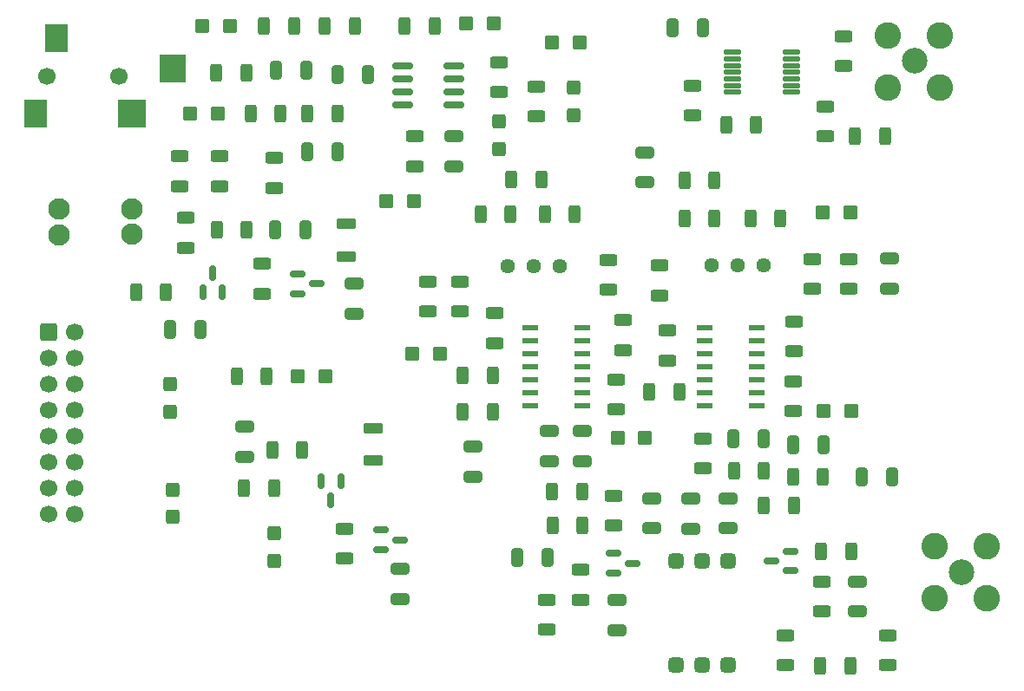
<source format=gts>
G04 #@! TF.GenerationSoftware,KiCad,Pcbnew,7.0.1-3b83917a11~172~ubuntu22.04.1*
G04 #@! TF.CreationDate,2023-03-16T19:30:03-04:00*
G04 #@! TF.ProjectId,sdt_qse_1496,7364745f-7173-4655-9f31-3439362e6b69,2.0*
G04 #@! TF.SameCoordinates,Original*
G04 #@! TF.FileFunction,Soldermask,Top*
G04 #@! TF.FilePolarity,Negative*
%FSLAX46Y46*%
G04 Gerber Fmt 4.6, Leading zero omitted, Abs format (unit mm)*
G04 Created by KiCad (PCBNEW 7.0.1-3b83917a11~172~ubuntu22.04.1) date 2023-03-16 19:30:03*
%MOMM*%
%LPD*%
G01*
G04 APERTURE LIST*
G04 Aperture macros list*
%AMRoundRect*
0 Rectangle with rounded corners*
0 $1 Rounding radius*
0 $2 $3 $4 $5 $6 $7 $8 $9 X,Y pos of 4 corners*
0 Add a 4 corners polygon primitive as box body*
4,1,4,$2,$3,$4,$5,$6,$7,$8,$9,$2,$3,0*
0 Add four circle primitives for the rounded corners*
1,1,$1+$1,$2,$3*
1,1,$1+$1,$4,$5*
1,1,$1+$1,$6,$7*
1,1,$1+$1,$8,$9*
0 Add four rect primitives between the rounded corners*
20,1,$1+$1,$2,$3,$4,$5,0*
20,1,$1+$1,$4,$5,$6,$7,0*
20,1,$1+$1,$6,$7,$8,$9,0*
20,1,$1+$1,$8,$9,$2,$3,0*%
G04 Aperture macros list end*
%ADD10C,1.700000*%
%ADD11R,2.200000X2.800000*%
%ADD12R,2.800000X2.800000*%
%ADD13R,2.600000X2.800000*%
%ADD14RoundRect,0.250000X-0.600000X-0.600000X0.600000X-0.600000X0.600000X0.600000X-0.600000X0.600000X0*%
%ADD15R,1.600200X0.558800*%
%ADD16RoundRect,0.250000X-0.625000X0.312500X-0.625000X-0.312500X0.625000X-0.312500X0.625000X0.312500X0*%
%ADD17RoundRect,0.250000X-0.312500X-0.625000X0.312500X-0.625000X0.312500X0.625000X-0.312500X0.625000X0*%
%ADD18RoundRect,0.020500X-0.764500X-0.184500X0.764500X-0.184500X0.764500X0.184500X-0.764500X0.184500X0*%
%ADD19RoundRect,0.250000X0.325000X0.650000X-0.325000X0.650000X-0.325000X-0.650000X0.325000X-0.650000X0*%
%ADD20RoundRect,0.250000X0.312500X0.625000X-0.312500X0.625000X-0.312500X-0.625000X0.312500X-0.625000X0*%
%ADD21RoundRect,0.150000X-0.587500X-0.150000X0.587500X-0.150000X0.587500X0.150000X-0.587500X0.150000X0*%
%ADD22C,2.100000*%
%ADD23C,2.600000*%
%ADD24C,2.500000*%
%ADD25RoundRect,0.250000X0.625000X-0.312500X0.625000X0.312500X-0.625000X0.312500X-0.625000X-0.312500X0*%
%ADD26RoundRect,0.250000X-0.425000X0.450000X-0.425000X-0.450000X0.425000X-0.450000X0.425000X0.450000X0*%
%ADD27RoundRect,0.250000X-0.325000X-0.650000X0.325000X-0.650000X0.325000X0.650000X-0.325000X0.650000X0*%
%ADD28RoundRect,0.150000X0.150000X-0.587500X0.150000X0.587500X-0.150000X0.587500X-0.150000X-0.587500X0*%
%ADD29RoundRect,0.250000X-0.650000X0.325000X-0.650000X-0.325000X0.650000X-0.325000X0.650000X0.325000X0*%
%ADD30RoundRect,0.250000X0.450000X0.425000X-0.450000X0.425000X-0.450000X-0.425000X0.450000X-0.425000X0*%
%ADD31RoundRect,0.250000X0.700000X-0.275000X0.700000X0.275000X-0.700000X0.275000X-0.700000X-0.275000X0*%
%ADD32RoundRect,0.250000X-0.450000X-0.425000X0.450000X-0.425000X0.450000X0.425000X-0.450000X0.425000X0*%
%ADD33C,1.440000*%
%ADD34RoundRect,0.250000X0.650000X-0.325000X0.650000X0.325000X-0.650000X0.325000X-0.650000X-0.325000X0*%
%ADD35RoundRect,0.150000X-0.825000X-0.150000X0.825000X-0.150000X0.825000X0.150000X-0.825000X0.150000X0*%
%ADD36RoundRect,0.150000X-0.150000X0.587500X-0.150000X-0.587500X0.150000X-0.587500X0.150000X0.587500X0*%
%ADD37RoundRect,0.375000X-0.375000X0.375000X-0.375000X-0.375000X0.375000X-0.375000X0.375000X0.375000X0*%
%ADD38RoundRect,0.150000X0.587500X0.150000X-0.587500X0.150000X-0.587500X-0.150000X0.587500X-0.150000X0*%
%ADD39RoundRect,0.250000X0.425000X-0.450000X0.425000X0.450000X-0.425000X0.450000X-0.425000X-0.450000X0*%
G04 APERTURE END LIST*
D10*
X98837500Y-77500000D03*
X105837500Y-77500000D03*
D11*
X97737500Y-81200000D03*
D12*
X107137500Y-81200000D03*
D11*
X99737500Y-73800000D03*
D13*
X111137500Y-76750000D03*
D14*
X99000000Y-102500000D03*
D10*
X101540000Y-102500000D03*
X99000000Y-105040000D03*
X101540000Y-105040000D03*
X99000000Y-107580000D03*
X101540000Y-107580000D03*
X99000000Y-110120000D03*
X101540000Y-110120000D03*
X99000000Y-112660000D03*
X101540000Y-112660000D03*
X99000000Y-115200000D03*
X101540000Y-115200000D03*
X99000000Y-117740000D03*
X101540000Y-117740000D03*
X99000000Y-120280000D03*
X101540000Y-120280000D03*
D15*
X145947300Y-102065000D03*
X145947300Y-103335000D03*
X145947300Y-104605000D03*
X145947300Y-105875000D03*
X145947300Y-107145000D03*
X145947300Y-108415000D03*
X145947300Y-109685000D03*
X151052700Y-109685000D03*
X151052700Y-108415000D03*
X151052700Y-107145000D03*
X151052700Y-105875000D03*
X151052700Y-104605000D03*
X151052700Y-103335000D03*
X151052700Y-102065000D03*
D16*
X174760000Y-80457500D03*
X174760000Y-83382500D03*
D17*
X139407500Y-106730000D03*
X142332500Y-106730000D03*
D18*
X165755000Y-75175000D03*
X165755000Y-75825000D03*
X165755000Y-76475000D03*
X165755000Y-77125000D03*
X165755000Y-77775000D03*
X165755000Y-78425000D03*
X165755000Y-79075000D03*
X171495000Y-79075000D03*
X171495000Y-78425000D03*
X171495000Y-77775000D03*
X171495000Y-77125000D03*
X171495000Y-76475000D03*
X171495000Y-75825000D03*
X171495000Y-75175000D03*
D19*
X162845000Y-72825000D03*
X159895000Y-72825000D03*
D20*
X180592500Y-83400000D03*
X177667500Y-83400000D03*
D21*
X131412500Y-121850000D03*
X131412500Y-123750000D03*
X133287500Y-122800000D03*
D17*
X161047850Y-91386000D03*
X163972850Y-91386000D03*
D22*
X107100000Y-92950000D03*
X107100000Y-90450000D03*
D17*
X147387500Y-91000000D03*
X150312500Y-91000000D03*
D23*
X185460000Y-123460000D03*
X185460000Y-128540000D03*
X190540000Y-123460000D03*
X190540000Y-128540000D03*
D24*
X188100000Y-125925000D03*
D17*
X141137500Y-91000000D03*
X144062500Y-91000000D03*
D25*
X115700000Y-88262500D03*
X115700000Y-85337500D03*
D26*
X121000000Y-122150000D03*
X121000000Y-124850000D03*
D27*
X165825000Y-112925000D03*
X168775000Y-112925000D03*
D25*
X121050000Y-88412500D03*
X121050000Y-85487500D03*
D23*
X180885000Y-73535000D03*
X180885000Y-78615000D03*
X185965000Y-73535000D03*
X185965000Y-78615000D03*
D24*
X183525000Y-76000000D03*
D19*
X147650000Y-124550000D03*
X144700000Y-124550000D03*
D28*
X114050000Y-98637500D03*
X115950000Y-98637500D03*
X115000000Y-96762500D03*
D19*
X124025000Y-92550000D03*
X121075000Y-92550000D03*
D29*
X161675000Y-118750000D03*
X161675000Y-121700000D03*
D30*
X134650000Y-89750000D03*
X131950000Y-89750000D03*
D17*
X144141000Y-87630000D03*
X147066000Y-87630000D03*
D25*
X171680350Y-110218500D03*
X171680350Y-107293500D03*
D31*
X130650000Y-115025000D03*
X130650000Y-111875000D03*
D30*
X150800000Y-74200000D03*
X148100000Y-74200000D03*
X115472200Y-81178400D03*
X112772200Y-81178400D03*
D27*
X178325000Y-116650000D03*
X181275000Y-116650000D03*
D16*
X153650000Y-95447500D03*
X153650000Y-98372500D03*
D17*
X118087500Y-117750000D03*
X121012500Y-117750000D03*
X171637500Y-116625000D03*
X174562500Y-116625000D03*
D26*
X110850000Y-107616000D03*
X110850000Y-110316000D03*
D29*
X151080000Y-112175000D03*
X151080000Y-115125000D03*
D32*
X154504400Y-112826800D03*
X157204400Y-112826800D03*
D19*
X124125000Y-76950000D03*
X121175000Y-76950000D03*
D25*
X162825000Y-115812500D03*
X162825000Y-112887500D03*
D20*
X151087500Y-121400000D03*
X148162500Y-121400000D03*
D29*
X133275000Y-125600000D03*
X133275000Y-128550000D03*
D25*
X147610000Y-131562500D03*
X147610000Y-128637500D03*
D16*
X154090000Y-118487500D03*
X154090000Y-121412500D03*
D25*
X171760350Y-104408500D03*
X171760350Y-101483500D03*
D20*
X118262500Y-77150000D03*
X115337500Y-77150000D03*
D16*
X159350000Y-102337500D03*
X159350000Y-105262500D03*
D20*
X177287500Y-123925000D03*
X174362500Y-123925000D03*
D25*
X155050000Y-104272500D03*
X155050000Y-101347500D03*
D16*
X177075000Y-95362500D03*
X177075000Y-98287500D03*
D29*
X165275000Y-118725000D03*
X165275000Y-121675000D03*
D33*
X143750000Y-96050000D03*
X146290000Y-96050000D03*
X148830000Y-96050000D03*
D16*
X161860000Y-78427500D03*
X161860000Y-81352500D03*
D29*
X138500000Y-83375000D03*
X138500000Y-86325000D03*
D16*
X136000000Y-97587500D03*
X136000000Y-100512500D03*
X127850000Y-121687500D03*
X127850000Y-124612500D03*
D26*
X142950000Y-81900000D03*
X142950000Y-84600000D03*
D32*
X123315000Y-106781600D03*
X126015000Y-106781600D03*
D16*
X111750000Y-85337500D03*
X111750000Y-88262500D03*
X146550000Y-78537500D03*
X146550000Y-81462500D03*
D20*
X168022500Y-82240000D03*
X165097500Y-82240000D03*
D16*
X142525000Y-100662500D03*
X142525000Y-103587500D03*
D30*
X137214600Y-104622600D03*
X134514600Y-104622600D03*
D29*
X157150000Y-84950000D03*
X157150000Y-87900000D03*
D21*
X123262500Y-96850000D03*
X123262500Y-98750000D03*
X125137500Y-97800000D03*
D16*
X173510350Y-95363500D03*
X173510350Y-98288500D03*
D19*
X127175000Y-84900000D03*
X124225000Y-84900000D03*
D34*
X177900000Y-129800000D03*
X177900000Y-126850000D03*
D25*
X174475000Y-129787500D03*
X174475000Y-126862500D03*
D35*
X133550000Y-76545000D03*
X133550000Y-77815000D03*
X133550000Y-79085000D03*
X133550000Y-80355000D03*
X138500000Y-80355000D03*
X138500000Y-79085000D03*
X138500000Y-77815000D03*
X138500000Y-76545000D03*
D20*
X121612500Y-81150000D03*
X118687500Y-81150000D03*
D34*
X154420000Y-131605000D03*
X154420000Y-128655000D03*
D25*
X158580350Y-98908500D03*
X158580350Y-95983500D03*
D20*
X163962500Y-87675000D03*
X161037500Y-87675000D03*
D26*
X111099600Y-117879400D03*
X111099600Y-120579400D03*
D29*
X147875000Y-112175000D03*
X147875000Y-115125000D03*
D32*
X139750000Y-72350000D03*
X142450000Y-72350000D03*
D16*
X180850000Y-132112500D03*
X180850000Y-135037500D03*
D36*
X127500000Y-117062500D03*
X125600000Y-117062500D03*
X126550000Y-118937500D03*
D30*
X116666000Y-72644000D03*
X113966000Y-72644000D03*
D37*
X160190000Y-124870000D03*
X160190000Y-135030000D03*
X162730000Y-124870000D03*
X162730000Y-135030000D03*
X165270000Y-124870000D03*
X165270000Y-135030000D03*
D20*
X171712500Y-119475000D03*
X168787500Y-119475000D03*
D25*
X139140000Y-100492500D03*
X139140000Y-97567500D03*
D29*
X140400000Y-113675000D03*
X140400000Y-116625000D03*
D27*
X171669350Y-113538000D03*
X174619350Y-113538000D03*
D25*
X112350000Y-94262500D03*
X112350000Y-91337500D03*
X150940000Y-128642500D03*
X150940000Y-125717500D03*
D17*
X120837500Y-114050000D03*
X123762500Y-114050000D03*
D27*
X110850000Y-102275000D03*
X113800000Y-102275000D03*
D17*
X174287500Y-135075000D03*
X177212500Y-135075000D03*
X148112500Y-118075000D03*
X151037500Y-118075000D03*
D29*
X128775000Y-97800000D03*
X128775000Y-100750000D03*
D17*
X157587850Y-108326000D03*
X160512850Y-108326000D03*
X165862500Y-116025000D03*
X168787500Y-116025000D03*
D20*
X122962500Y-72650000D03*
X120037500Y-72650000D03*
D32*
X174621200Y-110185200D03*
X177321200Y-110185200D03*
D20*
X127162500Y-81150000D03*
X124237500Y-81150000D03*
X120262500Y-106800000D03*
X117337500Y-106800000D03*
D17*
X107537500Y-98600000D03*
X110462500Y-98600000D03*
X139412500Y-110300000D03*
X142337500Y-110300000D03*
D21*
X154112500Y-124125000D03*
X154112500Y-126025000D03*
X155987500Y-125075000D03*
D22*
X100000000Y-93000000D03*
X100000000Y-90500000D03*
D17*
X115387500Y-92550000D03*
X118312500Y-92550000D03*
D25*
X176575000Y-76525000D03*
X176575000Y-73600000D03*
D20*
X128862500Y-72650000D03*
X125937500Y-72650000D03*
D31*
X128066800Y-95097600D03*
X128066800Y-91947600D03*
D16*
X142900000Y-76137500D03*
X142900000Y-79062500D03*
D29*
X157820000Y-118720000D03*
X157820000Y-121670000D03*
D38*
X171362500Y-125825000D03*
X171362500Y-123925000D03*
X169487500Y-124875000D03*
D16*
X119825000Y-95837500D03*
X119825000Y-98762500D03*
X134750000Y-83387500D03*
X134750000Y-86312500D03*
D20*
X170412500Y-91400000D03*
X167487500Y-91400000D03*
D15*
X162972300Y-102065000D03*
X162972300Y-103335000D03*
X162972300Y-104605000D03*
X162972300Y-105875000D03*
X162972300Y-107145000D03*
X162972300Y-108415000D03*
X162972300Y-109685000D03*
X168077700Y-109685000D03*
X168077700Y-108415000D03*
X168077700Y-107145000D03*
X168077700Y-105875000D03*
X168077700Y-104605000D03*
X168077700Y-103335000D03*
X168077700Y-102065000D03*
D34*
X118100000Y-114725000D03*
X118100000Y-111775000D03*
D39*
X150250000Y-81350000D03*
X150250000Y-78650000D03*
D19*
X130125000Y-77400000D03*
X127175000Y-77400000D03*
D16*
X170850000Y-132112500D03*
X170850000Y-135037500D03*
D29*
X181075000Y-95350000D03*
X181075000Y-98300000D03*
D32*
X174519600Y-90830400D03*
X177219600Y-90830400D03*
D25*
X154360000Y-110082500D03*
X154360000Y-107157500D03*
D17*
X133737500Y-72600000D03*
X136662500Y-72600000D03*
D33*
X168740350Y-95986000D03*
X166200350Y-95986000D03*
X163660350Y-95986000D03*
M02*

</source>
